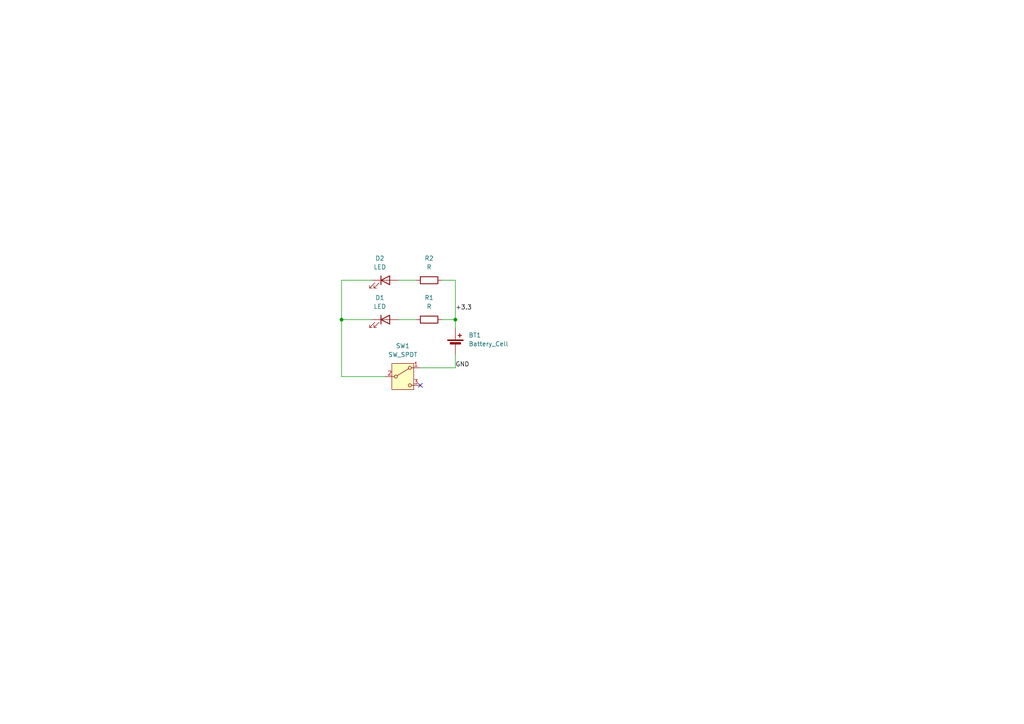
<source format=kicad_sch>
(kicad_sch (version 20250114) (generator "eeschema") (generator_version "9.0")
  (paper "A4")
  (lib_symbols
    (symbol "Device:Battery_Cell" (pin_numbers (hide yes)) (pin_names (offset 0) (hide yes))
      (property "Reference" "BT" (at 2.54 2.54 0))
      (property "Value" "Battery_Cell" (at 2.54 0 0))
      (symbol "Battery_Cell_0_1"
        (rectangle (start -2.286 1.778) (end 2.286 1.524) (fill (type outline)))
        (rectangle (start -1.524 1.016) (end 1.524 0.508) (fill (type outline)))
        (polyline (pts (xy 0 1.778) (xy 0 2.54)))
        (polyline (pts (xy 0 0.762) (xy 0 0)))
        (polyline (pts (xy 0.762 3.048) (xy 1.778 3.048)) (stroke (width 0.254)))
        (polyline (pts (xy 1.27 3.556) (xy 1.27 2.54)) (stroke (width 0.254)))
      )
      (symbol "Battery_Cell_1_1"
        (pin passive line (at 0 5.08 270) (length 2.54) (name "+") (number "1"))
        (pin passive line (at 0 -2.54 90) (length 2.54) (name "-") (number "2"))
      )
    )
    (symbol "Device:LED" (pin_numbers (hide yes)) (pin_names (offset 1.016) (hide yes))
      (property "Reference" "D" (at 0 2.54 0))
      (property "Value" "LED" (at 0 -2.54 0))
      (symbol "LED_0_1"
        (polyline (pts (xy -3.048 -0.762) (xy -4.572 -2.286) (xy -3.81 -2.286) (xy -4.572 -2.286) (xy -4.572 -1.524)))
        (polyline (pts (xy -1.778 -0.762) (xy -3.302 -2.286) (xy -2.54 -2.286) (xy -3.302 -2.286) (xy -3.302 -1.524)))
        (polyline (pts (xy -1.27 0) (xy 1.27 0)))
        (polyline (pts (xy -1.27 -1.27) (xy -1.27 1.27)) (stroke (width 0.254)))
        (polyline (pts (xy 1.27 -1.27) (xy 1.27 1.27) (xy -1.27 0) (xy 1.27 -1.27)) (stroke (width 0.254)))
      )
      (symbol "LED_1_1"
        (pin passive line (at -3.81 0 0) (length 2.54) (name "K") (number "1"))
        (pin passive line (at 3.81 0 180) (length 2.54) (name "A") (number "2"))
      )
    )
    (symbol "Device:R" (pin_numbers (hide yes)) (pin_names (offset 0))
      (property "Reference" "R" (at 2.032 0 90))
      (property "Value" "R" (at 0 0 90))
      (symbol "R_0_1"
        (rectangle (start -1.016 -2.54) (end 1.016 2.54) (stroke (width 0.254)))
      )
      (symbol "R_1_1"
        (pin passive line (at 0 3.81 270) (length 1.27) (name "~") (number "1"))
        (pin passive line (at 0 -3.81 90) (length 1.27) (name "~") (number "2"))
      )
    )
    (symbol "Switch:SW_SPDT" (pin_names (offset 0) (hide yes))
      (property "Reference" "SW" (at 0 5.08 0))
      (property "Value" "SW_SPDT" (at 0 -5.08 0))
      (symbol "SW_SPDT_0_1"
        (circle (center -2.032 0) (radius 0.4572))
        (polyline (pts (xy -1.651 0.254) (xy 1.651 2.286)))
        (circle (center 2.032 2.54) (radius 0.4572))
        (circle (center 2.032 -2.54) (radius 0.4572))
      )
      (symbol "SW_SPDT_1_1"
        (rectangle (start -3.175 3.81) (end 3.175 -3.81) (fill (type background)))
        (pin passive line (at -5.08 0 0) (length 2.54) (name "B") (number "2"))
        (pin passive line (at 5.08 2.54 180) (length 2.54) (name "A") (number "1"))
        (pin passive line (at 5.08 -2.54 180) (length 2.54) (name "C") (number "3"))
      )
    )
  )
  (junction (at 99.06 92.71))
  (junction (at 132.08 92.71))
  (no_connect (at 121.92 111.76))
  (wire (pts (xy 99.06 81.28) (xy 99.06 92.71)))
  (wire (pts (xy 132.08 106.68) (xy 121.92 106.68)))
  (wire (pts (xy 132.08 102.87) (xy 132.08 106.68)))
  (wire (pts (xy 132.08 92.71) (xy 132.08 95.25)))
  (wire (pts (xy 99.06 92.71) (xy 107.95 92.71)))
  (wire (pts (xy 115.57 92.71) (xy 120.65 92.71)))
  (wire (pts (xy 99.06 92.71) (xy 99.06 109.22)))
  (wire (pts (xy 99.06 109.22) (xy 111.76 109.22)))
  (wire (pts (xy 115.57 81.28) (xy 120.65 81.28)))
  (wire (pts (xy 132.08 81.28) (xy 132.08 92.71)))
  (wire (pts (xy 128.27 92.71) (xy 132.08 92.71)))
  (wire (pts (xy 99.06 81.28) (xy 107.95 81.28)))
  (wire (pts (xy 128.27 81.28) (xy 132.08 81.28)))
  (label "+3.3" (at 132.08 90.17 0))
  (label "GND" (at 132.08 106.68 0))
  (symbol (lib_id "Switch:SW_SPDT") (at 116.84 109.22 0) (unit 1)
    (property "Reference" "SW1" (at 116.84 100.33 0))
    (property "Value" "SW_SPDT" (at 116.84 102.87 0))
    (property "Footprint" "Button_Switch_THT:SW_Slide-03_Wuerth-WS-SLTV_10x2.5x6.4_P2.54mm" (effects (hide yes)))
    (property "Description" "Switch, single pole double throw" (effects (hide yes)))
  )
  (symbol (lib_id "Device:Battery_Cell") (at 132.08 100.33 0) (unit 1)
    (property "Reference" "BT1" (at 135.89 97.2184 0) (effects (justify left)))
    (property "Value" "Battery_Cell" (at 135.89 99.7584 0) (effects (justify left)))
    (property "Footprint" "Battery:BatteryHolder_Multicomp_BC-2001_1x2032" (effects (hide yes)))
    (property "Description" "Single-cell battery" (effects (hide yes)))
  )
  (symbol (lib_id "Device:LED") (at 111.76 81.28 0) (unit 1)
    (property "Reference" "D2" (at 110.1725 74.93 0))
    (property "Value" "LED" (at 110.1725 77.47 0))
    (property "Footprint" "LED_THT:LED_D3.0mm" (effects (hide yes)))
    (property "Description" "Light emitting diode" (effects (hide yes)))
    (property "Sim.Pins" "1=K 2=A" (effects (hide yes)))
  )
  (symbol (lib_id "Device:R") (at 124.46 81.28 90) (unit 1)
    (property "Reference" "R2" (at 124.46 74.93 90))
    (property "Value" "R" (at 124.46 77.47 90))
    (property "Footprint" "Resistor_THT:R_Axial_DIN0207_L6.3mm_D2.5mm_P7.62mm_Horizontal" (effects (hide yes)))
    (property "Description" "Resistor" (effects (hide yes)))
  )
  (symbol (lib_id "Device:R") (at 124.46 92.71 90) (unit 1)
    (property "Reference" "R1" (at 124.46 86.36 90))
    (property "Value" "R" (at 124.46 88.9 90))
    (property "Footprint" "Resistor_THT:R_Axial_DIN0207_L6.3mm_D2.5mm_P7.62mm_Horizontal" (effects (hide yes)))
    (property "Description" "Resistor" (effects (hide yes)))
  )
  (symbol (lib_id "Device:LED") (at 111.76 92.71 0) (unit 1)
    (property "Reference" "D1" (at 110.1725 86.36 0))
    (property "Value" "LED" (at 110.1725 88.9 0))
    (property "Footprint" "LED_THT:LED_D3.0mm" (effects (hide yes)))
    (property "Description" "Light emitting diode" (effects (hide yes)))
    (property "Sim.Pins" "1=K 2=A" (effects (hide yes)))
  )
)
</source>
